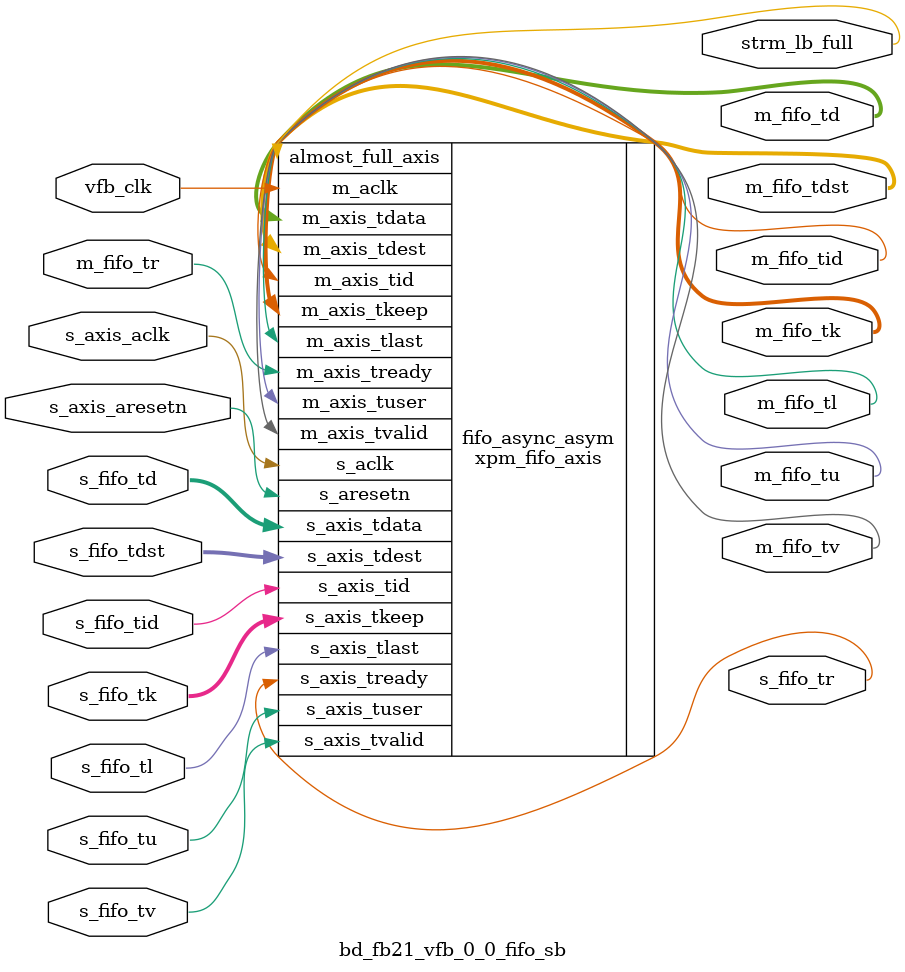
<source format=v>
`timescale 1ps/1ps
module bd_fb21_vfb_0_0_fifo_sb (
  input            s_axis_aclk    ,

  input         s_axis_aresetn ,
  input            vfb_clk        ,
  output    s_fifo_tr      ,
  input     s_fifo_tv      ,
  input      [64-1:0]  s_fifo_td      ,
  input      s_fifo_tid    ,   
  input      [1-1:0]  s_fifo_tu      ,
  input [9:0]      s_fifo_tdst      ,
  input      [8-1:0] s_fifo_tk      ,
  input      s_fifo_tl      ,
  input     m_fifo_tr      ,
  output     m_fifo_tv      ,
  output   [64-1:0]   m_fifo_td      ,
  output      m_fifo_tid    ,   
  output [9:0]    m_fifo_tdst    ,   
  output   [1-1:0]  m_fifo_tu      ,
  output    [8-1:0] m_fifo_tk      ,
  output      m_fifo_tl     , 
  output  strm_lb_full   
);

xpm_fifo_axis#(
      .CLOCKING_MODE("independent_clock"), // String
      .ECC_MODE("no_ecc"),            // String
      .FIFO_DEPTH(4096),              // DECIMAL
      .FIFO_MEMORY_TYPE("block"),      // String
      .PACKET_FIFO("false"),          // String
      .PROG_EMPTY_THRESH(10),         // DECIMAL
      .PROG_FULL_THRESH(4091),          // DECIMAL
      .RD_DATA_COUNT_WIDTH(1),        // DECIMAL
      .RELATED_CLOCKS(0),             // DECIMAL
      .SIM_ASSERT_CHK(0),             // DECIMAL; 0=disable simulation messages, 1=enable simulation messages
      .TDATA_WIDTH(64),               // DECIMAL
      .TDEST_WIDTH(10),                // DECIMAL
      .TID_WIDTH(1),                  // DECIMAL
      .TUSER_WIDTH(1),                // DECIMAL
      .USE_ADV_FEATURES("1008"),      // String
      .WR_DATA_COUNT_WIDTH(1)         // DECIMAL
 ) fifo_async_asym(
  .s_aclk            (s_axis_aclk    ),
  .s_aresetn         (s_axis_aresetn ),
  .m_aclk            (vfb_clk        ),
  .s_axis_tready     (s_fifo_tr      ),
  .s_axis_tvalid     (s_fifo_tv      ),
  .s_axis_tdata      (s_fifo_td      ),
  .s_axis_tid      ( s_fifo_tid      ),
  .s_axis_tuser      (s_fifo_tu      ),
  .s_axis_tdest      (s_fifo_tdst      ),
  .s_axis_tkeep      (s_fifo_tk      ),
  .s_axis_tlast      (s_fifo_tl      ),
  .m_axis_tready     (m_fifo_tr      ),
  .m_axis_tvalid     (m_fifo_tv      ),
  .m_axis_tdata      (m_fifo_td      ),
  .m_axis_tid        (m_fifo_tid      ),
  .m_axis_tdest      (m_fifo_tdst     ),
  .m_axis_tuser      (m_fifo_tu      ),
  .m_axis_tkeep      (m_fifo_tk      ),
  .m_axis_tlast      (m_fifo_tl      ),
  .almost_full_axis  (strm_lb_full   )
);
endmodule

</source>
